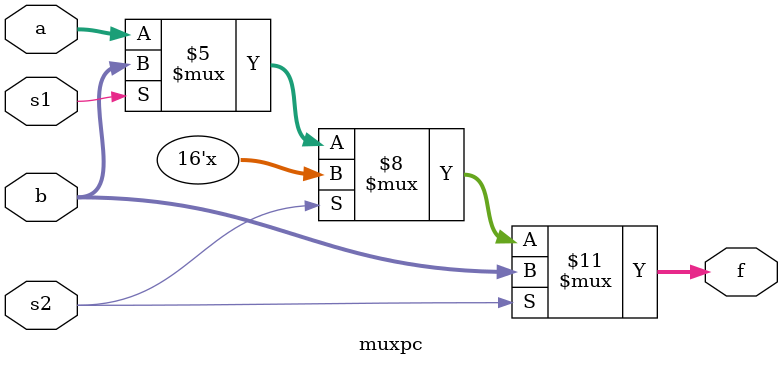
<source format=v>
module muxpc (input [15:0] a, b,
		input s1, s2,
		output reg [15:0] f);

always@(*)
begin
	if (s2 == 1'b1)	//branch
		f = b;
	else if (s1 == 1'b1)	//jump
		f = b;
	else
		f = a;
end

endmodule

</source>
